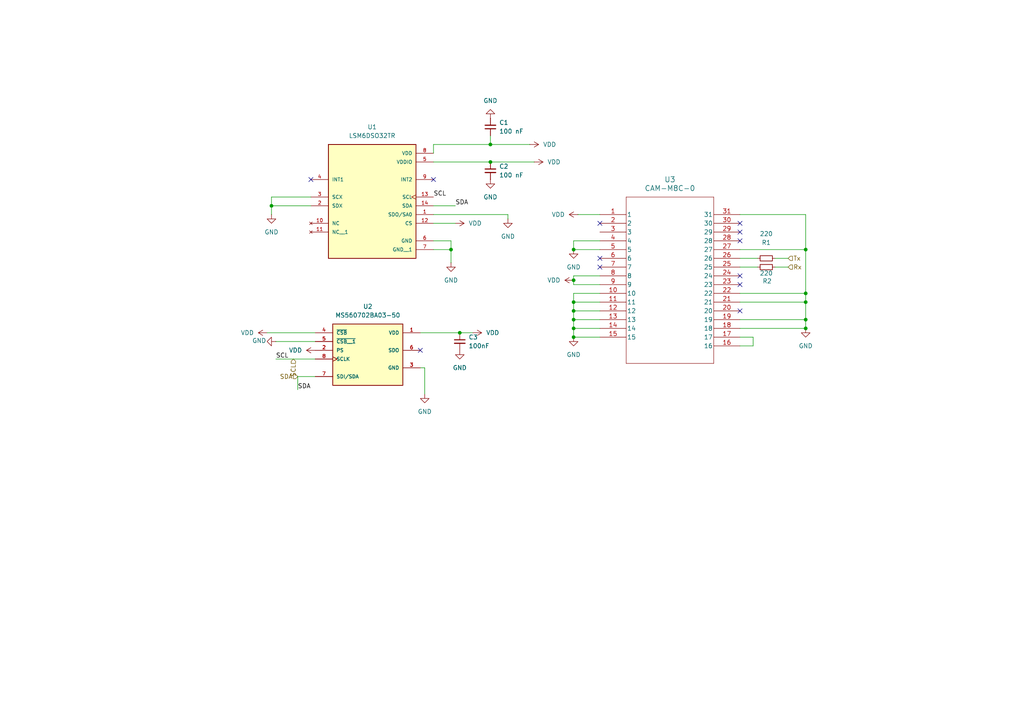
<source format=kicad_sch>
(kicad_sch (version 20250114) (generator "eeschema") (generator_version "9.0")
  (paper "A4")
  (title_block (title "Anthony Runio") (date "2025-01-07") (rev "1.0") (company "Oregon State University") (comment 1 "Sensor block for ASDT flight computer"))
  (lib_symbols
    (symbol "CAM-M8:CAM-M8C-0" (pin_names (offset 0.254))
      (property "Reference" "U" (at 20.32 10.16 0))
      (property "Value" "CAM-M8C-0" (at 20.32 7.62 0))
      (symbol "CAM-M8C-0_0_1"
        (polyline (pts (xy 7.62 5.08) (xy 7.62 -43.18)) (stroke (width 0.127)))
        (polyline (pts (xy 7.62 -43.18) (xy 33.02 -43.18)) (stroke (width 0.127)))
        (polyline (pts (xy 33.02 5.08) (xy 7.62 5.08)) (stroke (width 0.127)))
        (polyline (pts (xy 33.02 -43.18) (xy 33.02 5.08)) (stroke (width 0.127)))
        (pin power_in line (at 0 0 0) (length 7.62) (name "1") (number "1"))
        (pin unspecified line (at 0 -2.54 0) (length 7.62) (name "2") (number "2"))
        (pin unspecified line (at 0 -5.08 0) (length 7.62) (name "3") (number "3"))
        (pin power_out line (at 0 -7.62 0) (length 7.62) (name "4") (number "4"))
        (pin power_out line (at 0 -10.16 0) (length 7.62) (name "5") (number "5"))
        (pin unspecified line (at 0 -12.7 0) (length 7.62) (name "6") (number "6"))
        (pin unspecified line (at 0 -15.24 0) (length 7.62) (name "7") (number "7"))
        (pin unspecified line (at 0 -17.78 0) (length 7.62) (name "8") (number "8"))
        (pin power_in line (at 0 -20.32 0) (length 7.62) (name "9") (number "9"))
        (pin power_out line (at 0 -22.86 0) (length 7.62) (name "10") (number "10"))
        (pin power_out line (at 0 -25.4 0) (length 7.62) (name "11") (number "11"))
        (pin power_out line (at 0 -27.94 0) (length 7.62) (name "12") (number "12"))
        (pin power_out line (at 0 -30.48 0) (length 7.62) (name "13") (number "13"))
        (pin power_out line (at 0 -33.02 0) (length 7.62) (name "14") (number "14"))
        (pin power_out line (at 0 -35.56 0) (length 7.62) (name "15") (number "15"))
        (pin power_out line (at 40.64 0 180) (length 7.62) (name "31") (number "31"))
        (pin unspecified line (at 40.64 -2.54 180) (length 7.62) (name "30") (number "30"))
        (pin unspecified line (at 40.64 -5.08 180) (length 7.62) (name "29") (number "29"))
        (pin unspecified line (at 40.64 -7.62 180) (length 7.62) (name "28") (number "28"))
        (pin power_out line (at 40.64 -10.16 180) (length 7.62) (name "27") (number "27"))
        (pin unspecified line (at 40.64 -12.7 180) (length 7.62) (name "26") (number "26"))
        (pin unspecified line (at 40.64 -15.24 180) (length 7.62) (name "25") (number "25"))
        (pin unspecified line (at 40.64 -17.78 180) (length 7.62) (name "24") (number "24"))
        (pin unspecified line (at 40.64 -20.32 180) (length 7.62) (name "23") (number "23"))
        (pin power_out line (at 40.64 -22.86 180) (length 7.62) (name "22") (number "22"))
        (pin power_out line (at 40.64 -25.4 180) (length 7.62) (name "21") (number "21"))
        (pin unspecified line (at 40.64 -27.94 180) (length 7.62) (name "20") (number "20"))
        (pin power_out line (at 40.64 -30.48 180) (length 7.62) (name "19") (number "19"))
        (pin power_out line (at 40.64 -33.02 180) (length 7.62) (name "18") (number "18"))
        (pin unspecified line (at 40.64 -35.56 180) (length 7.62) (name "17") (number "17"))
        (pin output line (at 40.64 -38.1 180) (length 7.62) (name "16") (number "16"))
      )
    )
    (symbol "Device:C_Small" (pin_numbers (hide yes)) (pin_names (offset 0.254) (hide yes))
      (property "Reference" "C" (at 0.254 1.778 0))
      (property "Value" "C_Small" (at 0.254 -2.032 0))
      (symbol "C_Small_0_1"
        (polyline (pts (xy -1.524 0.508) (xy 1.524 0.508)) (stroke (width 0.3048)))
        (polyline (pts (xy -1.524 -0.508) (xy 1.524 -0.508)) (stroke (width 0.3302)))
      )
      (symbol "C_Small_1_1"
        (pin passive line (at 0 2.54 270) (length 2.032) (name "~") (number "1"))
        (pin passive line (at 0 -2.54 90) (length 2.032) (name "~") (number "2"))
      )
    )
    (symbol "Device:R_Small" (pin_numbers (hide yes)) (pin_names (offset 0.254) (hide yes))
      (property "Reference" "R" (at 0.762 0.508 0))
      (property "Value" "R_Small" (at 0.762 -1.016 0))
      (symbol "R_Small_0_1"
        (rectangle (start -0.762 1.778) (end 0.762 -1.778) (stroke (width 0.2032)))
      )
      (symbol "R_Small_1_1"
        (pin passive line (at 0 2.54 270) (length 0.762) (name "~") (number "1"))
        (pin passive line (at 0 -2.54 90) (length 0.762) (name "~") (number "2"))
      )
    )
    (symbol "LSM6DSO32TR:LSM6DSO32TR" (pin_names (offset 1.016))
      (property "Reference" "U" (at -12.7 16.002 0))
      (property "Value" "LSM6DSO32TR" (at -12.7 -20.32 0))
      (symbol "LSM6DSO32TR_0_0"
        (rectangle (start -12.7 -17.78) (end 12.7 15.24) (stroke (width 0.254)) (fill (type background)))
        (pin input line (at -17.78 5.08 0) (length 5.08) (name "INT1") (number "4"))
        (pin passive line (at -17.78 0 0) (length 5.08) (name "SCX") (number "3"))
        (pin passive line (at -17.78 -2.54 0) (length 5.08) (name "SDX") (number "2"))
        (pin no_connect line (at -17.78 -7.62 0) (length 5.08) (name "NC") (number "10"))
        (pin no_connect line (at -17.78 -10.16 0) (length 5.08) (name "NC__1") (number "11"))
        (pin power_in line (at 17.78 12.7 180) (length 5.08) (name "VDD") (number "8"))
        (pin power_in line (at 17.78 10.16 180) (length 5.08) (name "VDDIO") (number "5"))
        (pin output line (at 17.78 5.08 180) (length 5.08) (name "INT2") (number "9"))
        (pin input clock (at 17.78 0 180) (length 5.08) (name "SCL") (number "13"))
        (pin bidirectional line (at 17.78 -2.54 180) (length 5.08) (name "SDA") (number "14"))
        (pin bidirectional line (at 17.78 -5.08 180) (length 5.08) (name "SDO/SA0") (number "1"))
        (pin input line (at 17.78 -7.62 180) (length 5.08) (name "CS") (number "12"))
        (pin power_in line (at 17.78 -12.7 180) (length 5.08) (name "GND") (number "6"))
        (pin power_in line (at 17.78 -15.24 180) (length 5.08) (name "GND__1") (number "7"))
      )
    )
    (symbol "MS560702BA03-50:MS560702BA03-50" (pin_names (offset 1.016))
      (property "Reference" "U" (at -10.1694 8.3898 0))
      (property "Value" "MS560702BA03-50" (at -10.1682 -12.7082 0))
      (symbol "MS560702BA03-50_0_0"
        (rectangle (start -10.16 -10.16) (end 10.16 7.62) (stroke (width 0.254)) (fill (type background)))
        (pin input line (at -15.24 5.08 0) (length 5.08) (name "~{CSB}") (number "4"))
        (pin input line (at -15.24 2.54 0) (length 5.08) (name "~{CSB__1}") (number "5"))
        (pin input line (at -15.24 0 0) (length 5.08) (name "PS") (number "2"))
        (pin input clock (at -15.24 -2.54 0) (length 5.08) (name "SCLK") (number "8"))
        (pin bidirectional line (at -15.24 -7.62 0) (length 5.08) (name "SDI/SDA") (number "7"))
        (pin power_in line (at 15.24 5.08 180) (length 5.08) (name "VDD") (number "1"))
        (pin output line (at 15.24 0 180) (length 5.08) (name "SDO") (number "6"))
        (pin power_in line (at 15.24 -5.08 180) (length 5.08) (name "GND") (number "3"))
      )
    )
    (symbol "power:GND" (power) (pin_numbers (hide yes)) (pin_names (offset 0) (hide yes))
      (property "Value" "GND" (at 0 -3.81 0))
      (symbol "GND_0_1"
        (polyline (pts (xy 0 0) (xy 0 -1.27) (xy 1.27 -1.27) (xy 0 -2.54) (xy -1.27 -1.27) (xy 0 -1.27)))
      )
      (symbol "GND_1_1"
        (pin power_in line (at 0 0 270) (length 0) (name "~") (number "1"))
      )
    )
    (symbol "power:VDD" (power) (pin_numbers (hide yes)) (pin_names (offset 0) (hide yes))
      (property "Value" "VDD" (at 0 3.556 0))
      (symbol "VDD_0_1"
        (polyline (pts (xy -0.762 1.27) (xy 0 2.54)))
        (polyline (pts (xy 0 2.54) (xy 0.762 1.27)))
        (polyline (pts (xy 0 0) (xy 0 2.54)))
      )
      (symbol "VDD_1_1"
        (pin power_in line (at 0 0 90) (length 0) (name "~") (number "1"))
      )
    )
  )
  (junction (at 233.68 87.63))
  (junction (at 166.37 92.71))
  (junction (at 166.37 97.79))
  (junction (at 233.68 72.39))
  (junction (at 142.24 41.91))
  (junction (at 233.68 92.71))
  (junction (at 166.37 95.25))
  (junction (at 166.37 90.17))
  (junction (at 130.81 72.39))
  (junction (at 233.68 95.25))
  (junction (at 166.37 72.39))
  (junction (at 78.74 59.69))
  (junction (at 166.37 81.28))
  (junction (at 133.35 96.52))
  (junction (at 233.68 85.09))
  (junction (at 142.24 46.99))
  (junction (at 166.37 87.63))
  (no_connect (at 121.92 101.6))
  (no_connect (at 214.63 69.85))
  (no_connect (at 90.17 52.07))
  (no_connect (at 214.63 82.55))
  (no_connect (at 173.99 64.77))
  (no_connect (at 173.99 74.93))
  (no_connect (at 125.73 52.07))
  (no_connect (at 173.99 77.47))
  (no_connect (at 214.63 90.17))
  (no_connect (at 214.63 67.31))
  (no_connect (at 214.63 64.77))
  (no_connect (at 214.63 80.01))
  (wire (pts (xy 133.35 96.52) (xy 137.16 96.52)))
  (wire (pts (xy 166.37 80.01) (xy 166.37 81.28)))
  (wire (pts (xy 77.47 96.52) (xy 91.44 96.52)))
  (wire (pts (xy 166.37 72.39) (xy 173.99 72.39)))
  (wire (pts (xy 173.99 82.55) (xy 166.37 82.55)))
  (wire (pts (xy 214.63 74.93) (xy 219.71 74.93)))
  (wire (pts (xy 166.37 87.63) (xy 166.37 90.17)))
  (wire (pts (xy 130.81 76.2) (xy 130.81 72.39)))
  (wire (pts (xy 166.37 97.79) (xy 173.99 97.79)))
  (wire (pts (xy 214.63 72.39) (xy 233.68 72.39)))
  (wire (pts (xy 86.36 109.22) (xy 86.36 113.03)))
  (wire (pts (xy 214.63 85.09) (xy 233.68 85.09)))
  (wire (pts (xy 80.01 99.06) (xy 91.44 99.06)))
  (wire (pts (xy 121.92 96.52) (xy 133.35 96.52)))
  (wire (pts (xy 173.99 80.01) (xy 166.37 80.01)))
  (wire (pts (xy 173.99 90.17) (xy 166.37 90.17)))
  (wire (pts (xy 166.37 95.25) (xy 166.37 97.79)))
  (wire (pts (xy 233.68 72.39) (xy 233.68 85.09)))
  (wire (pts (xy 167.64 62.23) (xy 173.99 62.23)))
  (wire (pts (xy 214.63 100.33) (xy 218.44 100.33)))
  (wire (pts (xy 233.68 92.71) (xy 233.68 95.25)))
  (wire (pts (xy 233.68 85.09) (xy 233.68 87.63)))
  (wire (pts (xy 78.74 57.15) (xy 78.74 59.69)))
  (wire (pts (xy 166.37 81.28) (xy 166.37 82.55)))
  (wire (pts (xy 224.79 77.47) (xy 228.6 77.47)))
  (wire (pts (xy 166.37 85.09) (xy 166.37 87.63)))
  (wire (pts (xy 233.68 62.23) (xy 233.68 72.39)))
  (wire (pts (xy 173.99 87.63) (xy 166.37 87.63)))
  (wire (pts (xy 214.63 77.47) (xy 219.71 77.47)))
  (wire (pts (xy 218.44 100.33) (xy 218.44 97.79)))
  (wire (pts (xy 125.73 41.91) (xy 142.24 41.91)))
  (wire (pts (xy 166.37 90.17) (xy 166.37 92.71)))
  (wire (pts (xy 166.37 69.85) (xy 166.37 72.39)))
  (wire (pts (xy 91.44 109.22) (xy 86.36 109.22)))
  (wire (pts (xy 224.79 74.93) (xy 228.6 74.93)))
  (wire (pts (xy 214.63 87.63) (xy 233.68 87.63)))
  (wire (pts (xy 80.01 104.14) (xy 91.44 104.14)))
  (wire (pts (xy 125.73 64.77) (xy 132.08 64.77)))
  (wire (pts (xy 78.74 59.69) (xy 78.74 62.23)))
  (wire (pts (xy 125.73 41.91) (xy 125.73 44.45)))
  (wire (pts (xy 90.17 57.15) (xy 78.74 57.15)))
  (wire (pts (xy 125.73 62.23) (xy 147.32 62.23)))
  (wire (pts (xy 214.63 97.79) (xy 218.44 97.79)))
  (wire (pts (xy 173.99 95.25) (xy 166.37 95.25)))
  (wire (pts (xy 173.99 92.71) (xy 166.37 92.71)))
  (wire (pts (xy 173.99 69.85) (xy 166.37 69.85)))
  (wire (pts (xy 173.99 85.09) (xy 166.37 85.09)))
  (wire (pts (xy 130.81 69.85) (xy 130.81 72.39)))
  (wire (pts (xy 214.63 92.71) (xy 233.68 92.71)))
  (wire (pts (xy 121.92 106.68) (xy 123.19 106.68)))
  (wire (pts (xy 125.73 69.85) (xy 130.81 69.85)))
  (wire (pts (xy 142.24 41.91) (xy 153.67 41.91)))
  (wire (pts (xy 214.63 95.25) (xy 233.68 95.25)))
  (wire (pts (xy 166.37 92.71) (xy 166.37 95.25)))
  (wire (pts (xy 132.08 59.69) (xy 125.73 59.69)))
  (wire (pts (xy 125.73 46.99) (xy 142.24 46.99)))
  (wire (pts (xy 233.68 87.63) (xy 233.68 92.71)))
  (wire (pts (xy 130.81 72.39) (xy 125.73 72.39)))
  (wire (pts (xy 147.32 62.23) (xy 147.32 63.5)))
  (wire (pts (xy 142.24 41.91) (xy 142.24 39.37)))
  (wire (pts (xy 142.24 46.99) (xy 154.94 46.99)))
  (wire (pts (xy 90.17 59.69) (xy 78.74 59.69)))
  (wire (pts (xy 214.63 62.23) (xy 233.68 62.23)))
  (wire (pts (xy 123.19 106.68) (xy 123.19 114.3)))
  (label "SDA" (at 132.08 59.69 0))
  (label "SDA" (at 86.36 113.03 0))
  (label "SCL" (at 80.01 104.14 0))
  (label "SCL" (at 125.73 57.15 0))
  (hierarchical_label "Tx" (shape input) (at 228.6 74.93 0))
  (hierarchical_label "Rx" (shape input) (at 228.6 77.47 0))
  (hierarchical_label "SCL" (shape input) (at 85.09 104.14 270))
  (hierarchical_label "SDA" (shape input) (at 86.36 109.22 180))
  (symbol (lib_id "power:VDD") (at 77.47 96.52 90) (unit 1)
    (property "Reference" "#PWR021" (effects (hide yes)))
    (property "Value" "VDD" (at 73.66 96.5199 90) (effects (justify left)))
    (property "Description" "Power symbol creates a global label with name \"VDD\"" (effects (hide yes)))
  )
  (symbol (lib_id "power:GND") (at 133.35 101.6 0) (unit 1)
    (property "Reference" "#PWR07" (effects (hide yes)))
    (property "Value" "GND" (at 133.35 106.68 0))
    (property "Description" "Power symbol creates a global label with name \"GND\" , ground" (effects (hide yes)))
  )
  (symbol (lib_id "power:GND") (at 78.74 62.23 0) (unit 1)
    (property "Reference" "#PWR02" (effects (hide yes)))
    (property "Value" "GND" (at 78.74 67.31 0))
    (property "Description" "Power symbol creates a global label with name \"GND\" , ground" (effects (hide yes)))
  )
  (symbol (lib_id "power:GND") (at 142.24 52.07 0) (unit 1)
    (property "Reference" "#PWR05" (effects (hide yes)))
    (property "Value" "GND" (at 142.24 57.15 0))
    (property "Description" "Power symbol creates a global label with name \"GND\" , ground" (effects (hide yes)))
  )
  (symbol (lib_id "CAM-M8:CAM-M8C-0") (at 173.99 62.23 0) (unit 1)
    (property "Reference" "U3" (at 194.31 52.07 0) (effects (font (size 1.524 1.524))))
    (property "Value" "CAM-M8C-0" (at 194.31 54.61 0) (effects (font (size 1.524 1.524))))
    (property "Footprint" "QFN_M8C-0_UBL" (effects (hide yes)))
    (property "Datasheet" "CAM-M8C-0" (effects (hide yes)))
  )
  (symbol (lib_id "power:VDD") (at 154.94 46.99 270) (unit 1)
    (property "Reference" "#PWR016" (effects (hide yes)))
    (property "Value" "VDD" (at 158.75 46.9899 90) (effects (justify left)))
    (property "Description" "Power symbol creates a global label with name \"VDD\"" (effects (hide yes)))
  )
  (symbol (lib_id "power:VDD") (at 167.64 62.23 90) (unit 1)
    (property "Reference" "#PWR019" (effects (hide yes)))
    (property "Value" "VDD" (at 163.83 62.2299 90) (effects (justify left)))
    (property "Description" "Power symbol creates a global label with name \"VDD\"" (effects (hide yes)))
  )
  (symbol (lib_id "power:VDD") (at 166.37 81.28 90) (unit 1)
    (property "Reference" "#PWR018" (effects (hide yes)))
    (property "Value" "VDD" (at 162.56 81.2799 90) (effects (justify left)))
    (property "Description" "Power symbol creates a global label with name \"VDD\"" (effects (hide yes)))
  )
  (symbol (lib_id "power:GND") (at 166.37 72.39 0) (unit 1)
    (property "Reference" "#PWR09" (effects (hide yes)))
    (property "Value" "GND" (at 166.37 77.47 0))
    (property "Description" "Power symbol creates a global label with name \"GND\" , ground" (effects (hide yes)))
  )
  (symbol (lib_id "power:GND") (at 142.24 34.29 180) (unit 1)
    (property "Reference" "#PWR04" (effects (hide yes)))
    (property "Value" "GND" (at 142.24 29.21 0))
    (property "Description" "Power symbol creates a global label with name \"GND\" , ground" (effects (hide yes)))
  )
  (symbol (lib_id "Device:R_Small") (at 222.25 77.47 90) (unit 1)
    (property "Reference" "R2" (at 222.504 81.534 90))
    (property "Value" "220" (at 222.25 79.248 90))
    (property "Description" "Resistor, small symbol" (effects (hide yes)))
  )
  (symbol (lib_id "Device:C_Small") (at 142.24 36.83 180) (unit 1)
    (property "Reference" "C1" (at 144.78 35.5535 0) (effects (justify right)))
    (property "Value" "100 nF" (at 144.78 38.0935 0) (effects (justify right)))
    (property "Description" "Unpolarized capacitor, small symbol" (effects (hide yes)))
  )
  (symbol (lib_id "LSM6DSO32TR:LSM6DSO32TR") (at 107.95 57.15 0) (unit 1)
    (property "Reference" "U1" (at 107.95 36.83 0))
    (property "Value" "LSM6DSO32TR" (at 107.95 39.37 0))
    (property "Footprint" "LSM6DSO32TR:XDCR_LSM6DSO32TR" (effects (hide yes)))
    (property "PARTREV" "1" (effects (hide yes)))
    (property "STANDARD" "Manufacturer Recommendations" (effects (hide yes)))
    (property "MAXIMUM_PACKAGE_HEIGHT" "0.86mm" (effects (hide yes)))
    (property "MANUFACTURER" "STMicroelectronics" (effects (hide yes)))
  )
  (symbol (lib_id "power:VDD") (at 153.67 41.91 270) (unit 1)
    (property "Reference" "#PWR014" (effects (hide yes)))
    (property "Value" "VDD" (at 157.48 41.9099 90) (effects (justify left)))
    (property "Description" "Power symbol creates a global label with name \"VDD\"" (effects (hide yes)))
  )
  (symbol (lib_id "power:GND") (at 166.37 97.79 0) (unit 1)
    (property "Reference" "#PWR08" (effects (hide yes)))
    (property "Value" "GND" (at 166.37 102.87 0))
    (property "Description" "Power symbol creates a global label with name \"GND\" , ground" (effects (hide yes)))
  )
  (symbol (lib_id "power:GND") (at 233.68 95.25 0) (unit 1)
    (property "Reference" "#PWR010" (effects (hide yes)))
    (property "Value" "GND" (at 233.68 100.33 0))
    (property "Description" "Power symbol creates a global label with name \"GND\" , ground" (effects (hide yes)))
  )
  (symbol (lib_id "power:GND") (at 123.19 114.3 0) (unit 1)
    (property "Reference" "#PWR03" (effects (hide yes)))
    (property "Value" "GND" (at 123.19 119.38 0))
    (property "Description" "Power symbol creates a global label with name \"GND\" , ground" (effects (hide yes)))
  )
  (symbol (lib_id "power:VDD") (at 91.44 101.6 90) (unit 1)
    (property "Reference" "#PWR013" (effects (hide yes)))
    (property "Value" "VDD" (at 87.63 101.5999 90) (effects (justify left)))
    (property "Description" "Power symbol creates a global label with name \"VDD\"" (effects (hide yes)))
  )
  (symbol (lib_id "MS560702BA03-50:MS560702BA03-50") (at 106.68 101.6 0) (unit 1)
    (property "Reference" "U2" (at 106.68 88.9 0))
    (property "Value" "MS560702BA03-50" (at 106.68 91.44 0))
    (property "Footprint" "MS560702BA03-50:SON125P300X500X100-8N" (effects (hide yes)))
    (property "STANDARD" "MANUFACTURER RECOMMENDATIONS" (effects (hide yes)))
    (property "MANUFACTURER" "TE CONNECTIVITY" (effects (hide yes)))
  )
  (symbol (lib_id "power:VDD") (at 137.16 96.52 270) (unit 1)
    (property "Reference" "#PWR017" (effects (hide yes)))
    (property "Value" "VDD" (at 140.97 96.5199 90) (effects (justify left)))
    (property "Description" "Power symbol creates a global label with name \"VDD\"" (effects (hide yes)))
  )
  (symbol (lib_id "power:VDD") (at 132.08 64.77 270) (unit 1)
    (property "Reference" "#PWR015" (effects (hide yes)))
    (property "Value" "VDD" (at 135.89 64.7699 90) (effects (justify left)))
    (property "Description" "Power symbol creates a global label with name \"VDD\"" (effects (hide yes)))
  )
  (symbol (lib_id "Device:C_Small") (at 133.35 99.06 0) (unit 1)
    (property "Reference" "C3" (at 135.89 97.7962 0) (effects (justify left)))
    (property "Value" "100nF" (at 135.89 100.3362 0) (effects (justify left)))
    (property "Description" "Unpolarized capacitor, small symbol" (effects (hide yes)))
  )
  (symbol (lib_id "power:GND") (at 130.81 76.2 0) (unit 1)
    (property "Reference" "#PWR01" (effects (hide yes)))
    (property "Value" "GND" (at 130.81 81.28 0))
    (property "Description" "Power symbol creates a global label with name \"GND\" , ground" (effects (hide yes)))
  )
  (symbol (lib_id "Device:R_Small") (at 222.25 74.93 90) (unit 1)
    (property "Reference" "R1" (at 222.25 70.358 90))
    (property "Value" "220" (at 222.25 67.818 90))
    (property "Description" "Resistor, small symbol" (effects (hide yes)))
  )
  (symbol (lib_id "power:GND") (at 80.01 99.06 270) (unit 1)
    (property "Reference" "#PWR06" (effects (hide yes)))
    (property "Value" "GND" (at 75.184 98.806 90))
    (property "Description" "Power symbol creates a global label with name \"GND\" , ground" (effects (hide yes)))
  )
  (symbol (lib_id "power:GND") (at 147.32 63.5 0) (unit 1)
    (property "Reference" "#PWR020" (effects (hide yes)))
    (property "Value" "GND" (at 147.32 68.58 0))
    (property "Description" "Power symbol creates a global label with name \"GND\" , ground" (effects (hide yes)))
  )
  (symbol (lib_id "Device:C_Small") (at 142.24 49.53 0) (unit 1)
    (property "Reference" "C2" (at 144.78 48.2662 0) (effects (justify left)))
    (property "Value" "100 nF" (at 144.78 50.8062 0) (effects (justify left)))
    (property "Description" "Unpolarized capacitor, small symbol" (effects (hide yes)))
  )
)
</source>
